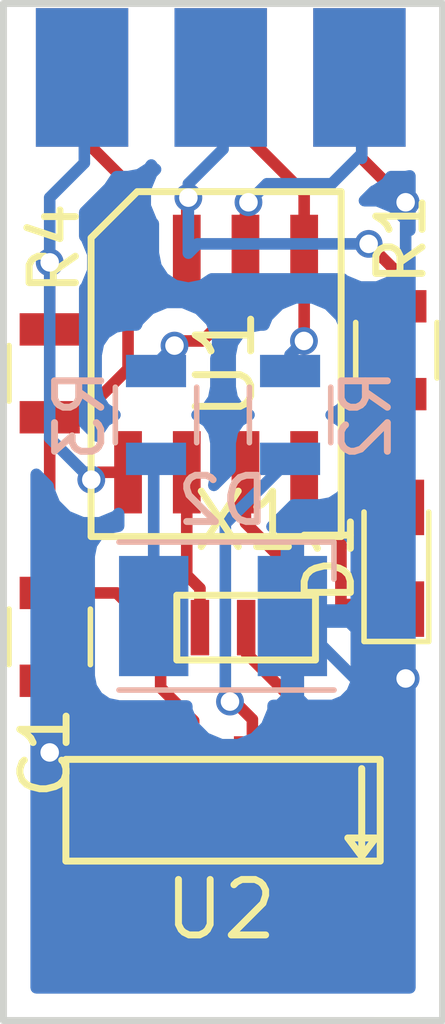
<source format=kicad_pcb>
(kicad_pcb (version 4) (host pcbnew 4.0.5)

  (general
    (links 24)
    (no_connects 0)
    (area 137.124999 85.924999 146.775001 108.075001)
    (thickness 1.6)
    (drawings 10)
    (tracks 102)
    (zones 0)
    (modules 11)
    (nets 12)
  )

  (page A4)
  (layers
    (0 F.Cu signal)
    (31 B.Cu signal)
    (32 B.Adhes user)
    (33 F.Adhes user)
    (34 B.Paste user)
    (35 F.Paste user)
    (36 B.SilkS user)
    (37 F.SilkS user)
    (38 B.Mask user)
    (39 F.Mask user)
    (40 Dwgs.User user)
    (41 Cmts.User user)
    (42 Eco1.User user)
    (43 Eco2.User user)
    (44 Edge.Cuts user)
    (45 Margin user)
    (46 B.CrtYd user)
    (47 F.CrtYd user)
    (48 B.Fab user)
    (49 F.Fab user)
  )

  (setup
    (last_trace_width 0.25)
    (trace_clearance 0.2)
    (zone_clearance 0.508)
    (zone_45_only no)
    (trace_min 0.2)
    (segment_width 0.2)
    (edge_width 0.15)
    (via_size 0.6)
    (via_drill 0.4)
    (via_min_size 0.4)
    (via_min_drill 0.3)
    (uvia_size 0.3)
    (uvia_drill 0.1)
    (uvias_allowed no)
    (uvia_min_size 0.2)
    (uvia_min_drill 0.1)
    (pcb_text_width 0.3)
    (pcb_text_size 1.5 1.5)
    (mod_edge_width 0.15)
    (mod_text_size 1 1)
    (mod_text_width 0.15)
    (pad_size 1.524 1.524)
    (pad_drill 0.762)
    (pad_to_mask_clearance 0.2)
    (aux_axis_origin 137.2 108)
    (grid_origin 137.2 108)
    (visible_elements 7FFFFFFF)
    (pcbplotparams
      (layerselection 0x00030_80000001)
      (usegerberextensions false)
      (excludeedgelayer true)
      (linewidth 0.100000)
      (plotframeref false)
      (viasonmask false)
      (mode 1)
      (useauxorigin false)
      (hpglpennumber 1)
      (hpglpenspeed 20)
      (hpglpendiameter 15)
      (hpglpenoverlay 2)
      (psnegative false)
      (psa4output false)
      (plotreference true)
      (plotvalue true)
      (plotinvisibletext false)
      (padsonsilk false)
      (subtractmaskfromsilk false)
      (outputformat 1)
      (mirror false)
      (drillshape 1)
      (scaleselection 1)
      (outputdirectory ""))
  )

  (net 0 "")
  (net 1 +5V)
  (net 2 GND)
  (net 3 "Net-(D1-Pad2)")
  (net 4 "Net-(D2-Pad2)")
  (net 5 "Net-(J2-Pad4)")
  (net 6 "Net-(J2-Pad5)")
  (net 7 "Net-(J2-Pad6)")
  (net 8 "Net-(J2-Pad2)")
  (net 9 "Net-(R2-Pad1)")
  (net 10 "Net-(U1-Pad3)")
  (net 11 "Net-(U1-Pad2)")

  (net_class Default "Dies ist die voreingestellte Netzklasse."
    (clearance 0.2)
    (trace_width 0.25)
    (via_dia 0.6)
    (via_drill 0.4)
    (uvia_dia 0.3)
    (uvia_drill 0.1)
    (add_net +5V)
    (add_net GND)
    (add_net "Net-(D1-Pad2)")
    (add_net "Net-(D2-Pad2)")
    (add_net "Net-(J2-Pad2)")
    (add_net "Net-(J2-Pad4)")
    (add_net "Net-(J2-Pad5)")
    (add_net "Net-(J2-Pad6)")
    (add_net "Net-(R2-Pad1)")
    (add_net "Net-(U1-Pad2)")
    (add_net "Net-(U1-Pad3)")
  )

  (module Resistors_SMD:R_0805 (layer F.Cu) (tedit 58C86F3E) (tstamp 58C3F3F6)
    (at 138.2 99.7 270)
    (descr "Resistor SMD 0805, reflow soldering, Vishay (see dcrcw.pdf)")
    (tags "resistor 0805")
    (path /58C3D85B)
    (attr smd)
    (fp_text reference C1 (at 2.5 0.1 270) (layer F.SilkS)
      (effects (font (size 1 1) (thickness 0.15)))
    )
    (fp_text value 22nF (at 3.4 2.8 270) (layer F.Fab) hide
      (effects (font (size 1 1) (thickness 0.15)))
    )
    (fp_text user %R (at 2.5 0.1 270) (layer F.Fab)
      (effects (font (size 1 1) (thickness 0.15)))
    )
    (fp_line (start -1 0.62) (end -1 -0.62) (layer F.Fab) (width 0.1))
    (fp_line (start 1 0.62) (end -1 0.62) (layer F.Fab) (width 0.1))
    (fp_line (start 1 -0.62) (end 1 0.62) (layer F.Fab) (width 0.1))
    (fp_line (start -1 -0.62) (end 1 -0.62) (layer F.Fab) (width 0.1))
    (fp_line (start 0.6 0.88) (end -0.6 0.88) (layer F.SilkS) (width 0.12))
    (fp_line (start -0.6 -0.88) (end 0.6 -0.88) (layer F.SilkS) (width 0.12))
    (fp_line (start -1.55 -0.9) (end 1.55 -0.9) (layer F.CrtYd) (width 0.05))
    (fp_line (start -1.55 -0.9) (end -1.55 0.9) (layer F.CrtYd) (width 0.05))
    (fp_line (start 1.55 0.9) (end 1.55 -0.9) (layer F.CrtYd) (width 0.05))
    (fp_line (start 1.55 0.9) (end -1.55 0.9) (layer F.CrtYd) (width 0.05))
    (pad 1 smd rect (at -0.95 0 270) (size 0.7 1.3) (layers F.Cu F.Paste F.Mask)
      (net 1 +5V))
    (pad 2 smd rect (at 0.95 0 270) (size 0.7 1.3) (layers F.Cu F.Paste F.Mask)
      (net 2 GND))
    (model Resistors_SMD.3dshapes/R_0805.wrl
      (at (xyz 0 0 0))
      (scale (xyz 1 1 1))
      (rotate (xyz 0 0 0))
    )
  )

  (module Resistors_SMD:R_0805 (layer F.Cu) (tedit 58C86ECD) (tstamp 58C3F423)
    (at 145.7 93.5 270)
    (descr "Resistor SMD 0805, reflow soldering, Vishay (see dcrcw.pdf)")
    (tags "resistor 0805")
    (path /58C3B3F7)
    (attr smd)
    (fp_text reference R1 (at -2.4 -0.1 270) (layer F.SilkS)
      (effects (font (size 1 1) (thickness 0.15)))
    )
    (fp_text value 220R (at 0.9 -4.2 270) (layer F.Fab) hide
      (effects (font (size 1 1) (thickness 0.15)))
    )
    (fp_text user %R (at -2.4 0 270) (layer F.Fab)
      (effects (font (size 1 1) (thickness 0.15)))
    )
    (fp_line (start -1 0.62) (end -1 -0.62) (layer F.Fab) (width 0.1))
    (fp_line (start 1 0.62) (end -1 0.62) (layer F.Fab) (width 0.1))
    (fp_line (start 1 -0.62) (end 1 0.62) (layer F.Fab) (width 0.1))
    (fp_line (start -1 -0.62) (end 1 -0.62) (layer F.Fab) (width 0.1))
    (fp_line (start 0.6 0.88) (end -0.6 0.88) (layer F.SilkS) (width 0.12))
    (fp_line (start -0.6 -0.88) (end 0.6 -0.88) (layer F.SilkS) (width 0.12))
    (fp_line (start -1.55 -0.9) (end 1.55 -0.9) (layer F.CrtYd) (width 0.05))
    (fp_line (start -1.55 -0.9) (end -1.55 0.9) (layer F.CrtYd) (width 0.05))
    (fp_line (start 1.55 0.9) (end 1.55 -0.9) (layer F.CrtYd) (width 0.05))
    (fp_line (start 1.55 0.9) (end -1.55 0.9) (layer F.CrtYd) (width 0.05))
    (pad 1 smd rect (at -0.95 0 270) (size 0.7 1.3) (layers F.Cu F.Paste F.Mask)
      (net 6 "Net-(J2-Pad5)"))
    (pad 2 smd rect (at 0.95 0 270) (size 0.7 1.3) (layers F.Cu F.Paste F.Mask)
      (net 3 "Net-(D1-Pad2)"))
    (model Resistors_SMD.3dshapes/R_0805.wrl
      (at (xyz 0 0 0))
      (scale (xyz 1 1 1))
      (rotate (xyz 0 0 0))
    )
  )

  (module Resistors_SMD:R_0805 (layer B.Cu) (tedit 58C86E81) (tstamp 58C3F434)
    (at 143.4 94.9 90)
    (descr "Resistor SMD 0805, reflow soldering, Vishay (see dcrcw.pdf)")
    (tags "resistor 0805")
    (path /58C3B3AD)
    (attr smd)
    (fp_text reference R2 (at 0 1.65 90) (layer B.SilkS)
      (effects (font (size 1 1) (thickness 0.15)) (justify mirror))
    )
    (fp_text value 4K7 (at 0.6 4.7 90) (layer B.Fab) hide
      (effects (font (size 1 1) (thickness 0.15)) (justify mirror))
    )
    (fp_text user %R (at 0 1.65 90) (layer B.Fab)
      (effects (font (size 1 1) (thickness 0.15)) (justify mirror))
    )
    (fp_line (start -1 -0.62) (end -1 0.62) (layer B.Fab) (width 0.1))
    (fp_line (start 1 -0.62) (end -1 -0.62) (layer B.Fab) (width 0.1))
    (fp_line (start 1 0.62) (end 1 -0.62) (layer B.Fab) (width 0.1))
    (fp_line (start -1 0.62) (end 1 0.62) (layer B.Fab) (width 0.1))
    (fp_line (start 0.6 -0.88) (end -0.6 -0.88) (layer B.SilkS) (width 0.12))
    (fp_line (start -0.6 0.88) (end 0.6 0.88) (layer B.SilkS) (width 0.12))
    (fp_line (start -1.55 0.9) (end 1.55 0.9) (layer B.CrtYd) (width 0.05))
    (fp_line (start -1.55 0.9) (end -1.55 -0.9) (layer B.CrtYd) (width 0.05))
    (fp_line (start 1.55 -0.9) (end 1.55 0.9) (layer B.CrtYd) (width 0.05))
    (fp_line (start 1.55 -0.9) (end -1.55 -0.9) (layer B.CrtYd) (width 0.05))
    (pad 1 smd rect (at -0.95 0 90) (size 0.7 1.3) (layers B.Cu B.Paste B.Mask)
      (net 9 "Net-(R2-Pad1)"))
    (pad 2 smd rect (at 0.95 0 90) (size 0.7 1.3) (layers B.Cu B.Paste B.Mask)
      (net 8 "Net-(J2-Pad2)"))
    (model Resistors_SMD.3dshapes/R_0805.wrl
      (at (xyz 0 0 0))
      (scale (xyz 1 1 1))
      (rotate (xyz 0 0 0))
    )
  )

  (module Resistors_SMD:R_0805 (layer B.Cu) (tedit 58C86E85) (tstamp 58C3F445)
    (at 140.5 94.9 270)
    (descr "Resistor SMD 0805, reflow soldering, Vishay (see dcrcw.pdf)")
    (tags "resistor 0805")
    (path /58C3B37A)
    (attr smd)
    (fp_text reference R3 (at 0 1.65 270) (layer B.SilkS)
      (effects (font (size 1 1) (thickness 0.15)) (justify mirror))
    )
    (fp_text value 422R (at 3.1 5 270) (layer B.Fab) hide
      (effects (font (size 1 1) (thickness 0.15)) (justify mirror))
    )
    (fp_text user %R (at 0 1.65 270) (layer B.Fab)
      (effects (font (size 1 1) (thickness 0.15)) (justify mirror))
    )
    (fp_line (start -1 -0.62) (end -1 0.62) (layer B.Fab) (width 0.1))
    (fp_line (start 1 -0.62) (end -1 -0.62) (layer B.Fab) (width 0.1))
    (fp_line (start 1 0.62) (end 1 -0.62) (layer B.Fab) (width 0.1))
    (fp_line (start -1 0.62) (end 1 0.62) (layer B.Fab) (width 0.1))
    (fp_line (start 0.6 -0.88) (end -0.6 -0.88) (layer B.SilkS) (width 0.12))
    (fp_line (start -0.6 0.88) (end 0.6 0.88) (layer B.SilkS) (width 0.12))
    (fp_line (start -1.55 0.9) (end 1.55 0.9) (layer B.CrtYd) (width 0.05))
    (fp_line (start -1.55 0.9) (end -1.55 -0.9) (layer B.CrtYd) (width 0.05))
    (fp_line (start 1.55 -0.9) (end 1.55 0.9) (layer B.CrtYd) (width 0.05))
    (fp_line (start 1.55 -0.9) (end -1.55 -0.9) (layer B.CrtYd) (width 0.05))
    (pad 1 smd rect (at -0.95 0 270) (size 0.7 1.3) (layers B.Cu B.Paste B.Mask)
      (net 5 "Net-(J2-Pad4)"))
    (pad 2 smd rect (at 0.95 0 270) (size 0.7 1.3) (layers B.Cu B.Paste B.Mask)
      (net 4 "Net-(D2-Pad2)"))
    (model Resistors_SMD.3dshapes/R_0805.wrl
      (at (xyz 0 0 0))
      (scale (xyz 1 1 1))
      (rotate (xyz 0 0 0))
    )
  )

  (module Resistors_SMD:R_0805 (layer F.Cu) (tedit 58C86F87) (tstamp 58C3F456)
    (at 138.2 94 270)
    (descr "Resistor SMD 0805, reflow soldering, Vishay (see dcrcw.pdf)")
    (tags "resistor 0805")
    (path /58C3B236)
    (attr smd)
    (fp_text reference R4 (at -2.7 -0.1 270) (layer F.SilkS)
      (effects (font (size 1 1) (thickness 0.15)))
    )
    (fp_text value 10K (at -1.8 5.4 270) (layer F.Fab) hide
      (effects (font (size 1 1) (thickness 0.15)))
    )
    (fp_text user %R (at -2.7 -0.1 270) (layer F.Fab)
      (effects (font (size 1 1) (thickness 0.15)))
    )
    (fp_line (start -1 0.62) (end -1 -0.62) (layer F.Fab) (width 0.1))
    (fp_line (start 1 0.62) (end -1 0.62) (layer F.Fab) (width 0.1))
    (fp_line (start 1 -0.62) (end 1 0.62) (layer F.Fab) (width 0.1))
    (fp_line (start -1 -0.62) (end 1 -0.62) (layer F.Fab) (width 0.1))
    (fp_line (start 0.6 0.88) (end -0.6 0.88) (layer F.SilkS) (width 0.12))
    (fp_line (start -0.6 -0.88) (end 0.6 -0.88) (layer F.SilkS) (width 0.12))
    (fp_line (start -1.55 -0.9) (end 1.55 -0.9) (layer F.CrtYd) (width 0.05))
    (fp_line (start -1.55 -0.9) (end -1.55 0.9) (layer F.CrtYd) (width 0.05))
    (fp_line (start 1.55 0.9) (end 1.55 -0.9) (layer F.CrtYd) (width 0.05))
    (fp_line (start 1.55 0.9) (end -1.55 0.9) (layer F.CrtYd) (width 0.05))
    (pad 1 smd rect (at -0.95 0 270) (size 0.7 1.3) (layers F.Cu F.Paste F.Mask)
      (net 7 "Net-(J2-Pad6)"))
    (pad 2 smd rect (at 0.95 0 270) (size 0.7 1.3) (layers F.Cu F.Paste F.Mask)
      (net 1 +5V))
    (model Resistors_SMD.3dshapes/R_0805.wrl
      (at (xyz 0 0 0))
      (scale (xyz 1 1 1))
      (rotate (xyz 0 0 0))
    )
  )

  (module LEDs:LED_0805 (layer F.Cu) (tedit 58C86EAF) (tstamp 58C3F779)
    (at 145.7 98 90)
    (descr "LED 0805 smd package")
    (tags "LED led 0805 SMD smd SMT smt smdled SMDLED smtled SMTLED")
    (path /58C3B4BD)
    (attr smd)
    (fp_text reference D1 (at 0 -1.45 90) (layer F.SilkS)
      (effects (font (size 1 1) (thickness 0.15)))
    )
    (fp_text value "LED PWR" (at -0.1 2.5 90) (layer F.Fab) hide
      (effects (font (size 1 1) (thickness 0.15)))
    )
    (fp_line (start -1.8 -0.7) (end -1.8 0.7) (layer F.SilkS) (width 0.12))
    (fp_line (start -0.4 -0.4) (end -0.4 0.4) (layer F.Fab) (width 0.1))
    (fp_line (start -0.4 0) (end 0.2 -0.4) (layer F.Fab) (width 0.1))
    (fp_line (start 0.2 0.4) (end -0.4 0) (layer F.Fab) (width 0.1))
    (fp_line (start 0.2 -0.4) (end 0.2 0.4) (layer F.Fab) (width 0.1))
    (fp_line (start 1 0.6) (end -1 0.6) (layer F.Fab) (width 0.1))
    (fp_line (start 1 -0.6) (end 1 0.6) (layer F.Fab) (width 0.1))
    (fp_line (start -1 -0.6) (end 1 -0.6) (layer F.Fab) (width 0.1))
    (fp_line (start -1 0.6) (end -1 -0.6) (layer F.Fab) (width 0.1))
    (fp_line (start -1.8 0.7) (end 1 0.7) (layer F.SilkS) (width 0.12))
    (fp_line (start -1.8 -0.7) (end 1 -0.7) (layer F.SilkS) (width 0.12))
    (fp_line (start 1.95 -0.85) (end 1.95 0.85) (layer F.CrtYd) (width 0.05))
    (fp_line (start 1.95 0.85) (end -1.95 0.85) (layer F.CrtYd) (width 0.05))
    (fp_line (start -1.95 0.85) (end -1.95 -0.85) (layer F.CrtYd) (width 0.05))
    (fp_line (start -1.95 -0.85) (end 1.95 -0.85) (layer F.CrtYd) (width 0.05))
    (pad 2 smd rect (at 1.1 0 270) (size 1.2 1.2) (layers F.Cu F.Paste F.Mask)
      (net 3 "Net-(D1-Pad2)"))
    (pad 1 smd rect (at -1.1 0 270) (size 1.2 1.2) (layers F.Cu F.Paste F.Mask)
      (net 2 GND))
    (model LEDs.3dshapes/LED_0805.wrl
      (at (xyz 0 0 0))
      (scale (xyz 1 1 1))
      (rotate (xyz 0 0 180))
    )
  )

  (module LEDs:LED_PLCC-2 (layer B.Cu) (tedit 5860D51E) (tstamp 58C3F78C)
    (at 141.95 99.25 180)
    (descr "LED PLCC-2 SMD package")
    (tags "LED PLCC-2 SMD")
    (path /58C3B51C)
    (attr smd)
    (fp_text reference D2 (at 0 2.5 180) (layer B.SilkS)
      (effects (font (size 1 1) (thickness 0.15)) (justify mirror))
    )
    (fp_text value "LED IR" (at 0 -2.5 180) (layer B.Fab)
      (effects (font (size 1 1) (thickness 0.15)) (justify mirror))
    )
    (fp_circle (center 0 0) (end 0 1.25) (layer B.Fab) (width 0.1))
    (fp_line (start -1.7 0.6) (end -0.8 1.5) (layer B.Fab) (width 0.1))
    (fp_line (start 1.7 -1.5) (end 1.7 1.5) (layer B.Fab) (width 0.1))
    (fp_line (start 1.7 1.5) (end -1.7 1.5) (layer B.Fab) (width 0.1))
    (fp_line (start -1.7 1.5) (end -1.7 -1.5) (layer B.Fab) (width 0.1))
    (fp_line (start -1.7 -1.5) (end 1.7 -1.5) (layer B.Fab) (width 0.1))
    (fp_line (start -2.65 1.85) (end 2.5 1.85) (layer B.CrtYd) (width 0.05))
    (fp_line (start 2.5 1.85) (end 2.5 -1.85) (layer B.CrtYd) (width 0.05))
    (fp_line (start 2.5 -1.85) (end -2.65 -1.85) (layer B.CrtYd) (width 0.05))
    (fp_line (start -2.65 -1.85) (end -2.65 1.85) (layer B.CrtYd) (width 0.05))
    (fp_line (start 2.25 -1.6) (end -2.4 -1.6) (layer B.SilkS) (width 0.12))
    (fp_line (start 2.25 1.6) (end -2.4 1.6) (layer B.SilkS) (width 0.12))
    (fp_line (start -2.4 1.6) (end -2.4 0.8) (layer B.SilkS) (width 0.12))
    (pad 1 smd rect (at -1.5 0 180) (size 1.5 2.6) (layers B.Cu B.Paste B.Mask)
      (net 2 GND))
    (pad 2 smd rect (at 1.5 0 180) (size 1.5 2.6) (layers B.Cu B.Paste B.Mask)
      (net 4 "Net-(D2-Pad2)"))
  )

  (module marelab:CON3x2PCB (layer F.Cu) (tedit 58C87014) (tstamp 58C85FAC)
    (at 141.9 87.6)
    (path /58C3CA64)
    (fp_text reference J2 (at -7.6 0.4) (layer F.SilkS) hide
      (effects (font (size 1.2 1.2) (thickness 0.15)))
    )
    (fp_text value CONN_02X03_PCB_DIRECT (at 17.4 -0.3) (layer F.Fab) hide
      (effects (font (size 1.2 1.2) (thickness 0.15)))
    )
    (pad 4 smd rect (at 3 0) (size 2 3) (layers *.Mask B.Cu B.Paste)
      (net 5 "Net-(J2-Pad4)"))
    (pad 5 smd rect (at 0 0) (size 2 3) (layers B.Cu F.Paste B.Mask)
      (net 6 "Net-(J2-Pad5)"))
    (pad 6 smd rect (at -3 0) (size 2 3) (layers B.Cu B.Paste B.Mask)
      (net 7 "Net-(J2-Pad6)"))
    (pad 1 smd rect (at -3 0) (size 2 3) (layers F.Cu F.Paste F.Mask)
      (net 1 +5V))
    (pad 2 smd rect (at 0 0) (size 2 3) (layers F.Cu F.Paste F.Mask)
      (net 8 "Net-(J2-Pad2)"))
    (pad 3 smd rect (at 3 0) (size 2 3) (layers F.Cu F.Paste F.Mask)
      (net 2 GND))
  )

  (module marelab:SMD-IR (layer F.Cu) (tedit 58C86EEB) (tstamp 58C85FD1)
    (at 141.95 102.75 180)
    (path /58C3BD94)
    (fp_text reference U2 (at 0.05 -2.85 180) (layer F.SilkS)
      (effects (font (size 1.2 1.2) (thickness 0.15)))
    )
    (fp_text value TSOP75436WTR (at -12.05 0.25 180) (layer F.Fab) hide
      (effects (font (size 1.2 1.2) (thickness 0.15)))
    )
    (fp_line (start -3 -1.7) (end -2.7 -1.3) (layer F.SilkS) (width 0.15))
    (fp_line (start -2.7 -1.3) (end -3 -1.3) (layer F.SilkS) (width 0.15))
    (fp_line (start -3 -1.7) (end -3 0.2) (layer F.SilkS) (width 0.15))
    (fp_line (start -3 0.2) (end -3 -1.3) (layer F.SilkS) (width 0.15))
    (fp_line (start -3 -1.3) (end -3.3 -1.3) (layer F.SilkS) (width 0.15))
    (fp_line (start -3.3 -1.3) (end -3 -1.7) (layer F.SilkS) (width 0.15))
    (fp_line (start 3.4 -1.8) (end 3.4 0.4) (layer F.SilkS) (width 0.15))
    (fp_line (start 3.4 0.4) (end -3.4 0.4) (layer F.SilkS) (width 0.15))
    (fp_line (start -3.4 0.4) (end -3.4 -1.8) (layer F.SilkS) (width 0.15))
    (fp_line (start -3.4 -1.8) (end 3.4 -1.8) (layer F.SilkS) (width 0.15))
    (pad 4 smd rect (at -1.905 0 180) (size 0.8 1.8) (layers F.Cu F.Paste F.Mask)
      (net 2 GND))
    (pad 3 smd rect (at -0.635 0 180) (size 0.8 1.8) (layers F.Cu F.Paste F.Mask)
      (net 9 "Net-(R2-Pad1)"))
    (pad 2 smd rect (at 0.635 0 180) (size 0.8 1.8) (layers F.Cu F.Paste F.Mask)
      (net 1 +5V))
    (pad 1 smd rect (at 1.905 0 180) (size 0.8 1.8) (layers F.Cu F.Paste F.Mask)
      (net 2 GND))
  )

  (module marelab:RESONATOR (layer F.Cu) (tedit 58C86EDB) (tstamp 58C85FDC)
    (at 142.45 99.5 180)
    (path /58C3B452)
    (fp_text reference X1 (at 0 2.3 180) (layer F.SilkS)
      (effects (font (size 1.2 1.2) (thickness 0.15)))
    )
    (fp_text value 20MHz (at -9.65 0.2 180) (layer F.Fab) hide
      (effects (font (size 1.2 1.2) (thickness 0.15)))
    )
    (fp_line (start -1.5 -0.7) (end 1.5 -0.7) (layer F.SilkS) (width 0.15))
    (fp_line (start 1.5 -0.7) (end 1.5 0.7) (layer F.SilkS) (width 0.15))
    (fp_line (start 1.5 0.7) (end -1.5 0.7) (layer F.SilkS) (width 0.15))
    (fp_line (start -1.5 0.7) (end -1.5 -0.7) (layer F.SilkS) (width 0.15))
    (pad 1 smd rect (at -1 0 180) (size 0.4 1.2) (layers F.Cu F.Paste F.Mask)
      (net 10 "Net-(U1-Pad3)"))
    (pad 2 smd rect (at 0 0 180) (size 0.4 1.2) (layers F.Cu F.Paste F.Mask)
      (net 2 GND))
    (pad 3 smd rect (at 1 0 180) (size 0.4 1.2) (layers F.Cu F.Paste F.Mask)
      (net 11 "Net-(U1-Pad2)"))
  )

  (module marelab:SOIC-8 (layer F.Cu) (tedit 58C86E8B) (tstamp 58C86904)
    (at 141.8 93.8)
    (path /58C3B07D)
    (fp_text reference U1 (at 0.2 0 90) (layer F.SilkS)
      (effects (font (size 1.2 1.2) (thickness 0.15)))
    )
    (fp_text value ATTINY45-S (at -10.1 1.4) (layer F.Fab) hide
      (effects (font (size 1.2 1.2) (thickness 0.15)))
    )
    (fp_line (start -1.705 -3.73) (end -2.705 -2.73) (layer F.SilkS) (width 0.15))
    (fp_line (start -2.705 -2.73) (end -2.705 3.73) (layer F.SilkS) (width 0.15))
    (fp_line (start -2.705 3.73) (end 2.705 3.73) (layer F.SilkS) (width 0.15))
    (fp_line (start 2.705 3.73) (end 2.705 -3.73) (layer F.SilkS) (width 0.15))
    (fp_line (start 2.705 -3.73) (end -1.705 -3.73) (layer F.SilkS) (width 0.15))
    (pad 8 smd rect (at -1.905 -2.34) (size 0.6 1.78) (layers F.Cu F.Paste F.Mask)
      (net 1 +5V))
    (pad 1 smd rect (at -1.905 2.34) (size 0.6 1.78) (layers F.Cu F.Paste F.Mask)
      (net 7 "Net-(J2-Pad6)"))
    (pad 7 smd rect (at -0.635 -2.34) (size 0.6 1.78) (layers F.Cu F.Paste F.Mask)
      (net 6 "Net-(J2-Pad5)"))
    (pad 2 smd rect (at -0.635 2.34) (size 0.6 1.78) (layers F.Cu F.Paste F.Mask)
      (net 11 "Net-(U1-Pad2)"))
    (pad 6 smd rect (at 0.635 -2.34) (size 0.6 1.78) (layers F.Cu F.Paste F.Mask)
      (net 5 "Net-(J2-Pad4)"))
    (pad 3 smd rect (at 0.635 2.34) (size 0.6 1.78) (layers F.Cu F.Paste F.Mask)
      (net 10 "Net-(U1-Pad3)"))
    (pad 5 smd rect (at 1.905 -2.34) (size 0.6 1.78) (layers F.Cu F.Paste F.Mask)
      (net 8 "Net-(J2-Pad2)"))
    (pad 4 smd rect (at 1.905 2.34) (size 0.6 1.78) (layers F.Cu F.Paste F.Mask)
      (net 2 GND))
  )

  (gr_line (start 137.2 108) (end 137.2 86) (angle 90) (layer Edge.Cuts) (width 0.15))
  (gr_line (start 146.7 108) (end 137.2 108) (angle 90) (layer Edge.Cuts) (width 0.15))
  (gr_line (start 146.7 86) (end 146.7 108) (angle 90) (layer Edge.Cuts) (width 0.15))
  (gr_line (start 137.2 86) (end 146.7 86) (angle 90) (layer Edge.Cuts) (width 0.15))
  (gr_line (start 137.2 86) (end 137.2 108) (angle 90) (layer Edge.Cuts) (width 0.15))
  (gr_line (start 146.7 86) (end 137.2 86) (angle 90) (layer Edge.Cuts) (width 0.15))
  (gr_line (start 146.7 108) (end 146.7 86) (angle 90) (layer Edge.Cuts) (width 0.15))
  (gr_line (start 137.2 108) (end 146.7 108) (angle 90) (layer Edge.Cuts) (width 0.15))
  (gr_line (start 137.2 108) (end 146.2 108) (angle 90) (layer Edge.Cuts) (width 0.15))
  (gr_line (start 137.2 108) (end 145.2 108) (angle 90) (layer Edge.Cuts) (width 0.15))

  (segment (start 138.2 94.95) (end 138.2 98.75) (width 0.25) (layer F.Cu) (net 1))
  (segment (start 138.2 98.75) (end 139.65 98.75) (width 0.25) (layer F.Cu) (net 1))
  (segment (start 139.65 98.75) (end 140.6 99.7) (width 0.25) (layer F.Cu) (net 1) (tstamp 58C8696C))
  (segment (start 140.6 99.7) (end 140.6 100.8) (width 0.25) (layer F.Cu) (net 1) (tstamp 58C8696D))
  (segment (start 140.6 100.8) (end 141.315 101.515) (width 0.25) (layer F.Cu) (net 1) (tstamp 58C8696E))
  (segment (start 141.315 101.515) (end 141.315 102.75) (width 0.25) (layer F.Cu) (net 1) (tstamp 58C8696F))
  (segment (start 139.895 91.46) (end 139.895 93.905) (width 0.25) (layer F.Cu) (net 1))
  (segment (start 139.895 93.905) (end 138.85 94.95) (width 0.25) (layer F.Cu) (net 1) (tstamp 58C86964))
  (segment (start 138.85 94.95) (end 138.2 94.95) (width 0.25) (layer F.Cu) (net 1) (tstamp 58C86965))
  (segment (start 138.95 87.5) (end 138.95 88.95) (width 0.25) (layer F.Cu) (net 1))
  (segment (start 138.95 88.95) (end 139.895 89.895) (width 0.25) (layer F.Cu) (net 1) (tstamp 58C8692C))
  (segment (start 139.895 89.895) (end 139.895 91.46) (width 0.25) (layer F.Cu) (net 1) (tstamp 58C8692D))
  (segment (start 145.6 99) (end 144.5 99) (width 0.25) (layer F.Cu) (net 2))
  (segment (start 144.5 97.7) (end 144.5 99) (width 0.25) (layer F.Cu) (net 2) (tstamp 58C86BB9))
  (segment (start 144.5 97.7) (end 143.705 96.905) (width 0.25) (layer F.Cu) (net 2) (tstamp 58C86BA7))
  (segment (start 145.6 99) (end 145.7 99.1) (width 0.25) (layer F.Cu) (net 2) (tstamp 58C86BCB))
  (segment (start 143.705 96.14) (end 143.705 96.905) (width 0.25) (layer F.Cu) (net 2))
  (segment (start 145.9 100.6) (end 144.8 100.6) (width 0.25) (layer B.Cu) (net 2))
  (segment (start 144.8 100.6) (end 143.45 99.25) (width 0.25) (layer B.Cu) (net 2) (tstamp 58C86AFA))
  (via (at 138.2 102.2) (size 0.6) (drill 0.4) (layers F.Cu B.Cu) (net 2))
  (segment (start 145.9 100.6) (end 145.9 101.5) (width 0.25) (layer B.Cu) (net 2) (tstamp 58C86AA6))
  (segment (start 144.7 102.7) (end 145.9 101.5) (width 0.25) (layer B.Cu) (net 2) (tstamp 58C86AA2))
  (segment (start 138.7 102.7) (end 144.7 102.7) (width 0.25) (layer B.Cu) (net 2) (tstamp 58C86A97))
  (segment (start 138.7 102.7) (end 138.2 102.2) (width 0.25) (layer B.Cu) (net 2) (tstamp 58C86A96))
  (segment (start 145.9 100.6) (end 145.9 101.6) (width 0.25) (layer F.Cu) (net 2))
  (segment (start 144.75 102.75) (end 143.855 102.75) (width 0.25) (layer F.Cu) (net 2) (tstamp 58C86A76))
  (segment (start 145.9 101.6) (end 144.75 102.75) (width 0.25) (layer F.Cu) (net 2) (tstamp 58C86A72))
  (segment (start 144.95 87.5) (end 144.95 89.35) (width 0.25) (layer F.Cu) (net 2))
  (segment (start 145.7 100.4) (end 145.7 99.1) (width 0.25) (layer F.Cu) (net 2) (tstamp 58C86A61))
  (segment (start 145.9 100.6) (end 145.7 100.4) (width 0.25) (layer F.Cu) (net 2) (tstamp 58C86A60))
  (via (at 145.9 100.6) (size 0.6) (drill 0.4) (layers F.Cu B.Cu) (net 2))
  (segment (start 145.9 90.3) (end 145.9 100.6) (width 0.25) (layer B.Cu) (net 2) (tstamp 58C86A54))
  (via (at 145.9 90.3) (size 0.6) (drill 0.4) (layers F.Cu B.Cu) (net 2))
  (segment (start 144.95 89.35) (end 145.9 90.3) (width 0.25) (layer F.Cu) (net 2) (tstamp 58C86A4A))
  (segment (start 142.45 99.5) (end 142.45 100.05) (width 0.25) (layer F.Cu) (net 2))
  (segment (start 142.45 100.05) (end 143.855 101.455) (width 0.25) (layer F.Cu) (net 2) (tstamp 58C8697B))
  (segment (start 143.855 101.455) (end 143.855 102.75) (width 0.25) (layer F.Cu) (net 2) (tstamp 58C8697C))
  (segment (start 138.2 100.65) (end 138.2 102.2) (width 0.25) (layer F.Cu) (net 2))
  (segment (start 138.75 102.75) (end 140.045 102.75) (width 0.25) (layer F.Cu) (net 2) (tstamp 58C86969))
  (segment (start 138.2 102.2) (end 138.75 102.75) (width 0.25) (layer F.Cu) (net 2) (tstamp 58C86968))
  (segment (start 145.7 96.9) (end 145.7 94.45) (width 0.25) (layer F.Cu) (net 3))
  (segment (start 140.45 99.25) (end 140.45 95.9) (width 0.25) (layer B.Cu) (net 4))
  (segment (start 140.45 95.9) (end 140.5 95.85) (width 0.25) (layer B.Cu) (net 4) (tstamp 58C86B08))
  (segment (start 144.95 87.5) (end 144.95 89.35) (width 0.25) (layer B.Cu) (net 5))
  (segment (start 142.435 91.46) (end 142.435 90.365) (width 0.25) (layer F.Cu) (net 5))
  (segment (start 144.95 89.25) (end 144.95 87.5) (width 0.25) (layer B.Cu) (net 5) (tstamp 58C869A1))
  (segment (start 144.3 89.9) (end 144.95 89.25) (width 0.25) (layer B.Cu) (net 5) (tstamp 58C869A0))
  (segment (start 142.9 89.9) (end 144.3 89.9) (width 0.25) (layer B.Cu) (net 5) (tstamp 58C8699F))
  (segment (start 142.5 90.3) (end 142.9 89.9) (width 0.25) (layer B.Cu) (net 5) (tstamp 58C8699E))
  (via (at 142.5 90.3) (size 0.6) (drill 0.4) (layers F.Cu B.Cu) (net 5))
  (segment (start 142.435 90.365) (end 142.5 90.3) (width 0.25) (layer F.Cu) (net 5) (tstamp 58C8699C))
  (segment (start 140.8 93.5) (end 140.9 93.4) (width 0.25) (layer B.Cu) (net 5))
  (segment (start 140.5 93.8) (end 140.8 93.5) (width 0.25) (layer B.Cu) (net 5) (tstamp 58C86990))
  (segment (start 142.435 92.365) (end 142.435 91.46) (width 0.25) (layer F.Cu) (net 5) (tstamp 58C86999))
  (segment (start 141.5 93.3) (end 142.435 92.365) (width 0.25) (layer F.Cu) (net 5) (tstamp 58C86998))
  (segment (start 141 93.3) (end 141.5 93.3) (width 0.25) (layer F.Cu) (net 5) (tstamp 58C86997))
  (segment (start 140.9 93.4) (end 141 93.3) (width 0.25) (layer F.Cu) (net 5) (tstamp 58C86996))
  (via (at 140.9 93.4) (size 0.6) (drill 0.4) (layers F.Cu B.Cu) (net 5))
  (segment (start 140.5 93.95) (end 140.5 93.8) (width 0.25) (layer B.Cu) (net 5))
  (segment (start 141.2 90.2) (end 141.2 91.4) (width 0.25) (layer B.Cu) (net 6))
  (segment (start 145.7 91.8) (end 145.7 92.55) (width 0.25) (layer F.Cu) (net 6) (tstamp 58C869C4))
  (segment (start 145.1 91.2) (end 145.7 91.8) (width 0.25) (layer F.Cu) (net 6) (tstamp 58C869C3))
  (via (at 145.1 91.2) (size 0.6) (drill 0.4) (layers F.Cu B.Cu) (net 6))
  (segment (start 141.4 91.2) (end 145.1 91.2) (width 0.25) (layer B.Cu) (net 6) (tstamp 58C869C0))
  (segment (start 141.2 91.4) (end 141.4 91.2) (width 0.25) (layer B.Cu) (net 6) (tstamp 58C869BF))
  (segment (start 141.95 87.5) (end 141.95 89.15) (width 0.25) (layer B.Cu) (net 6))
  (segment (start 141.165 90.235) (end 141.165 91.46) (width 0.25) (layer F.Cu) (net 6) (tstamp 58C869B3))
  (segment (start 141.2 90.2) (end 141.165 90.235) (width 0.25) (layer F.Cu) (net 6) (tstamp 58C869B2))
  (via (at 141.2 90.2) (size 0.6) (drill 0.4) (layers F.Cu B.Cu) (net 6))
  (segment (start 141.2 89.9) (end 141.2 90.2) (width 0.25) (layer B.Cu) (net 6) (tstamp 58C869B0))
  (segment (start 141.95 89.15) (end 141.2 89.9) (width 0.25) (layer B.Cu) (net 6) (tstamp 58C869AF))
  (segment (start 138.2 91.6) (end 138.2 95.4) (width 0.25) (layer B.Cu) (net 7))
  (segment (start 139.26 96.14) (end 139.895 96.14) (width 0.25) (layer F.Cu) (net 7) (tstamp 58C86B73))
  (segment (start 139.1 96.3) (end 139.26 96.14) (width 0.25) (layer F.Cu) (net 7) (tstamp 58C86B72))
  (via (at 139.1 96.3) (size 0.6) (drill 0.4) (layers F.Cu B.Cu) (net 7))
  (segment (start 138.2 95.4) (end 139.1 96.3) (width 0.25) (layer B.Cu) (net 7) (tstamp 58C86B69))
  (segment (start 138.95 87.5) (end 138.95 89.45) (width 0.25) (layer B.Cu) (net 7))
  (segment (start 138.2 91.6) (end 138.2 93.05) (width 0.25) (layer F.Cu) (net 7) (tstamp 58C86B53))
  (via (at 138.2 91.6) (size 0.6) (drill 0.4) (layers F.Cu B.Cu) (net 7))
  (segment (start 138.2 90.2) (end 138.2 91.6) (width 0.25) (layer B.Cu) (net 7) (tstamp 58C86B4B))
  (segment (start 138.95 89.45) (end 138.2 90.2) (width 0.25) (layer B.Cu) (net 7) (tstamp 58C86B47))
  (segment (start 143.4 93.95) (end 143.4 93.6) (width 0.25) (layer B.Cu) (net 8))
  (segment (start 143.4 93.6) (end 143.7 93.3) (width 0.25) (layer B.Cu) (net 8) (tstamp 58C869A5))
  (via (at 143.7 93.3) (size 0.6) (drill 0.4) (layers F.Cu B.Cu) (net 8))
  (segment (start 143.7 93.3) (end 143.705 93.295) (width 0.25) (layer F.Cu) (net 8) (tstamp 58C869A7))
  (segment (start 143.705 93.295) (end 143.705 91.46) (width 0.25) (layer F.Cu) (net 8) (tstamp 58C869A8))
  (segment (start 141.95 87.5) (end 141.95 88.35) (width 0.25) (layer F.Cu) (net 8))
  (segment (start 141.95 88.35) (end 143.705 90.105) (width 0.25) (layer F.Cu) (net 8) (tstamp 58C86927))
  (segment (start 143.705 90.105) (end 143.705 91.46) (width 0.25) (layer F.Cu) (net 8) (tstamp 58C86928))
  (segment (start 142.585 102.75) (end 142.585 101.485) (width 0.25) (layer F.Cu) (net 9))
  (segment (start 142 97.25) (end 143.4 95.85) (width 0.25) (layer B.Cu) (net 9) (tstamp 58C86B35))
  (segment (start 142 101) (end 142 97.25) (width 0.25) (layer B.Cu) (net 9) (tstamp 58C86B2F))
  (segment (start 142.1 101.1) (end 142 101) (width 0.25) (layer B.Cu) (net 9) (tstamp 58C86B2E))
  (via (at 142.1 101.1) (size 0.6) (drill 0.4) (layers F.Cu B.Cu) (net 9))
  (segment (start 142.2 101.1) (end 142.1 101.1) (width 0.25) (layer F.Cu) (net 9) (tstamp 58C86B2B))
  (segment (start 142.585 101.485) (end 142.2 101.1) (width 0.25) (layer F.Cu) (net 9) (tstamp 58C86B23))
  (segment (start 142.435 96.14) (end 142.435 97.235) (width 0.25) (layer F.Cu) (net 10))
  (segment (start 143.45 98.25) (end 143.45 99.5) (width 0.25) (layer F.Cu) (net 10) (tstamp 58C86977))
  (segment (start 142.435 97.235) (end 143.45 98.25) (width 0.25) (layer F.Cu) (net 10) (tstamp 58C86976))
  (segment (start 141.165 96.14) (end 141.165 98.365) (width 0.25) (layer F.Cu) (net 11))
  (segment (start 141.45 98.65) (end 141.45 99.5) (width 0.25) (layer F.Cu) (net 11) (tstamp 58C86973))
  (segment (start 141.165 98.365) (end 141.45 98.65) (width 0.25) (layer F.Cu) (net 11) (tstamp 58C86972))

  (zone (net 2) (net_name GND) (layer B.Cu) (tstamp 58C87292) (hatch full 0.508)
    (connect_pads (clearance 0.508))
    (min_thickness 0.254)
    (fill yes (arc_segments 16) (thermal_gap 0.508) (thermal_bridge_width 0.508))
    (polygon
      (pts
        (xy 146.4 107.8) (xy 137.4 107.8) (xy 137.4 86.2) (xy 146.4 86.2)
      )
    )
    (filled_polygon
      (pts
        (xy 140.43591 89.551441) (xy 140.489539 89.588084) (xy 140.407808 89.669673) (xy 140.265162 90.013201) (xy 140.264838 90.385167)
        (xy 140.406883 90.728943) (xy 140.44 90.762118) (xy 140.44 91.4) (xy 140.497852 91.690839) (xy 140.662599 91.937401)
        (xy 140.909161 92.102148) (xy 141.2 92.16) (xy 141.490839 92.102148) (xy 141.703579 91.96) (xy 144.537537 91.96)
        (xy 144.569673 91.992192) (xy 144.913201 92.134838) (xy 145.285167 92.135162) (xy 145.628943 91.993117) (xy 145.892192 91.730327)
        (xy 145.99 91.49478) (xy 145.99 107.29) (xy 137.91 107.29) (xy 137.91 96.184802) (xy 138.164878 96.43968)
        (xy 138.164838 96.485167) (xy 138.306883 96.828943) (xy 138.569673 97.092192) (xy 138.913201 97.234838) (xy 139.285167 97.235162)
        (xy 139.628943 97.093117) (xy 139.69 97.032166) (xy 139.69 97.304442) (xy 139.464683 97.346838) (xy 139.248559 97.48591)
        (xy 139.103569 97.69811) (xy 139.05256 97.95) (xy 139.05256 100.55) (xy 139.096838 100.785317) (xy 139.23591 101.001441)
        (xy 139.44811 101.146431) (xy 139.7 101.19744) (xy 141.164914 101.19744) (xy 141.164838 101.285167) (xy 141.306883 101.628943)
        (xy 141.569673 101.892192) (xy 141.913201 102.034838) (xy 142.285167 102.035162) (xy 142.628943 101.893117) (xy 142.892192 101.630327)
        (xy 143.034838 101.286799) (xy 143.034927 101.185) (xy 143.16425 101.185) (xy 143.323 101.02625) (xy 143.323 99.377)
        (xy 143.577 99.377) (xy 143.577 101.02625) (xy 143.73575 101.185) (xy 144.326309 101.185) (xy 144.559698 101.088327)
        (xy 144.738327 100.909699) (xy 144.835 100.67631) (xy 144.835 99.53575) (xy 144.67625 99.377) (xy 143.577 99.377)
        (xy 143.323 99.377) (xy 143.303 99.377) (xy 143.303 99.123) (xy 143.323 99.123) (xy 143.323 97.47375)
        (xy 143.577 97.47375) (xy 143.577 99.123) (xy 144.67625 99.123) (xy 144.835 98.96425) (xy 144.835 97.82369)
        (xy 144.738327 97.590301) (xy 144.559698 97.411673) (xy 144.326309 97.315) (xy 143.73575 97.315) (xy 143.577 97.47375)
        (xy 143.323 97.47375) (xy 143.16425 97.315) (xy 143.009802 97.315) (xy 143.477362 96.84744) (xy 144.05 96.84744)
        (xy 144.285317 96.803162) (xy 144.501441 96.66409) (xy 144.646431 96.45189) (xy 144.69744 96.2) (xy 144.69744 95.5)
        (xy 144.653162 95.264683) (xy 144.51409 95.048559) (xy 144.30189 94.903569) (xy 144.288803 94.900919) (xy 144.501441 94.76409)
        (xy 144.646431 94.55189) (xy 144.69744 94.3) (xy 144.69744 93.6) (xy 144.653162 93.364683) (xy 144.634969 93.33641)
        (xy 144.635162 93.114833) (xy 144.493117 92.771057) (xy 144.230327 92.507808) (xy 143.886799 92.365162) (xy 143.514833 92.364838)
        (xy 143.171057 92.506883) (xy 142.907808 92.769673) (xy 142.831866 92.95256) (xy 142.75 92.95256) (xy 142.514683 92.996838)
        (xy 142.298559 93.13591) (xy 142.153569 93.34811) (xy 142.10256 93.6) (xy 142.10256 94.3) (xy 142.146838 94.535317)
        (xy 142.28591 94.751441) (xy 142.49811 94.896431) (xy 142.511197 94.899081) (xy 142.298559 95.03591) (xy 142.153569 95.24811)
        (xy 142.10256 95.5) (xy 142.10256 96.072638) (xy 141.752303 96.422895) (xy 141.79744 96.2) (xy 141.79744 95.5)
        (xy 141.753162 95.264683) (xy 141.61409 95.048559) (xy 141.40189 94.903569) (xy 141.388803 94.900919) (xy 141.601441 94.76409)
        (xy 141.746431 94.55189) (xy 141.79744 94.3) (xy 141.79744 93.676863) (xy 141.834838 93.586799) (xy 141.835162 93.214833)
        (xy 141.693117 92.871057) (xy 141.430327 92.607808) (xy 141.086799 92.465162) (xy 140.714833 92.464838) (xy 140.371057 92.606883)
        (xy 140.107808 92.869673) (xy 140.07339 92.95256) (xy 139.85 92.95256) (xy 139.614683 92.996838) (xy 139.398559 93.13591)
        (xy 139.253569 93.34811) (xy 139.20256 93.6) (xy 139.20256 94.3) (xy 139.246838 94.535317) (xy 139.38591 94.751441)
        (xy 139.59811 94.896431) (xy 139.611197 94.899081) (xy 139.398559 95.03591) (xy 139.253569 95.24811) (xy 139.231566 95.356764)
        (xy 138.96 95.085198) (xy 138.96 92.162463) (xy 138.992192 92.130327) (xy 139.134838 91.786799) (xy 139.135162 91.414833)
        (xy 138.993117 91.071057) (xy 138.96 91.037882) (xy 138.96 90.514802) (xy 139.487401 89.987401) (xy 139.647738 89.74744)
        (xy 139.9 89.74744) (xy 140.135317 89.703162) (xy 140.351441 89.56409) (xy 140.399134 89.494289)
      )
    )
    (filled_polygon
      (pts
        (xy 145.99 90.905532) (xy 145.893117 90.671057) (xy 145.630327 90.407808) (xy 145.286799 90.265162) (xy 145.009881 90.264921)
        (xy 145.218139 90.056663) (xy 145.240839 90.052148) (xy 145.487401 89.887401) (xy 145.58092 89.74744) (xy 145.9 89.74744)
        (xy 145.99 89.730505)
      )
    )
  )
)

</source>
